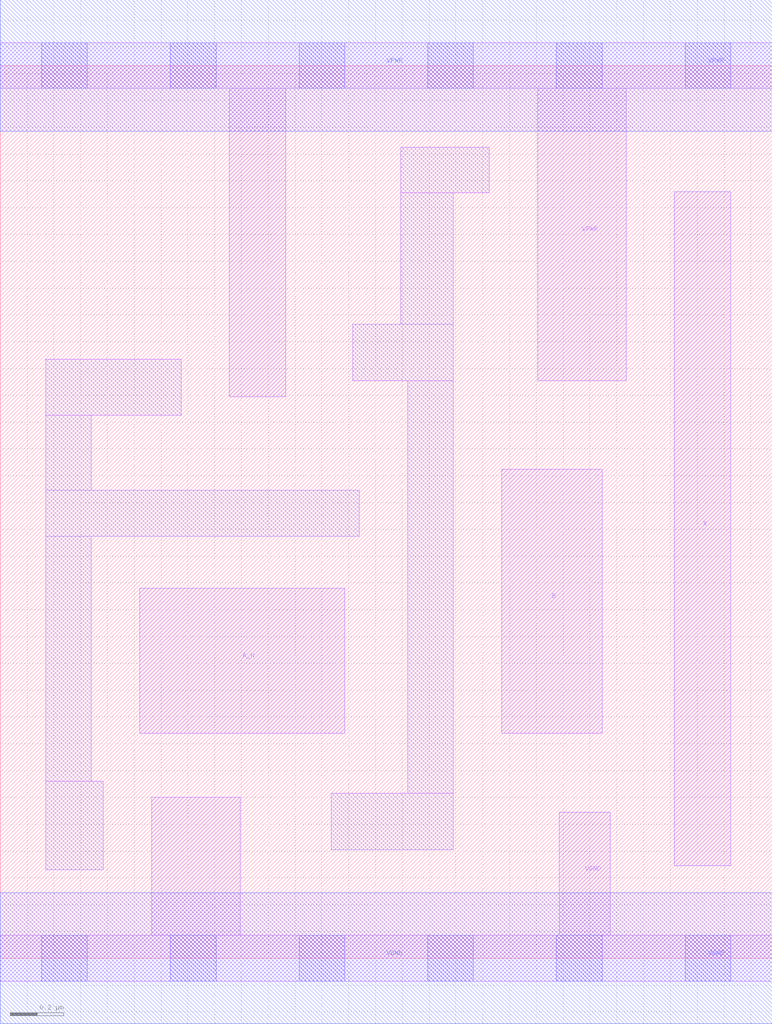
<source format=lef>
# Copyright 2020 The SkyWater PDK Authors
#
# Licensed under the Apache License, Version 2.0 (the "License");
# you may not use this file except in compliance with the License.
# You may obtain a copy of the License at
#
#     https://www.apache.org/licenses/LICENSE-2.0
#
# Unless required by applicable law or agreed to in writing, software
# distributed under the License is distributed on an "AS IS" BASIS,
# WITHOUT WARRANTIES OR CONDITIONS OF ANY KIND, either express or implied.
# See the License for the specific language governing permissions and
# limitations under the License.
#
# SPDX-License-Identifier: Apache-2.0

VERSION 5.7 ;
  NAMESCASESENSITIVE ON ;
  NOWIREEXTENSIONATPIN ON ;
  DIVIDERCHAR "/" ;
  BUSBITCHARS "[]" ;
UNITS
  DATABASE MICRONS 200 ;
END UNITS
MACRO sky130_fd_sc_lp__and2b_m
  CLASS CORE ;
  SOURCE USER ;
  FOREIGN sky130_fd_sc_lp__and2b_m ;
  ORIGIN  0.000000  0.000000 ;
  SIZE  2.880000 BY  3.330000 ;
  SYMMETRY X Y R90 ;
  SITE unit ;
  PIN A_N
    ANTENNAGATEAREA  0.126000 ;
    DIRECTION INPUT ;
    USE SIGNAL ;
    PORT
      LAYER li1 ;
        RECT 0.520000 0.840000 1.285000 1.380000 ;
    END
  END A_N
  PIN B
    ANTENNAGATEAREA  0.126000 ;
    DIRECTION INPUT ;
    USE SIGNAL ;
    PORT
      LAYER li1 ;
        RECT 1.870000 0.840000 2.245000 1.825000 ;
    END
  END B
  PIN X
    ANTENNADIFFAREA  0.222600 ;
    DIRECTION OUTPUT ;
    USE SIGNAL ;
    PORT
      LAYER li1 ;
        RECT 2.515000 0.345000 2.725000 2.860000 ;
    END
  END X
  PIN VGND
    DIRECTION INOUT ;
    USE GROUND ;
    PORT
      LAYER li1 ;
        RECT 0.000000 -0.085000 2.880000 0.085000 ;
        RECT 0.565000  0.085000 0.895000 0.600000 ;
        RECT 2.085000  0.085000 2.275000 0.545000 ;
      LAYER mcon ;
        RECT 0.155000 -0.085000 0.325000 0.085000 ;
        RECT 0.635000 -0.085000 0.805000 0.085000 ;
        RECT 1.115000 -0.085000 1.285000 0.085000 ;
        RECT 1.595000 -0.085000 1.765000 0.085000 ;
        RECT 2.075000 -0.085000 2.245000 0.085000 ;
        RECT 2.555000 -0.085000 2.725000 0.085000 ;
      LAYER met1 ;
        RECT 0.000000 -0.245000 2.880000 0.245000 ;
    END
  END VGND
  PIN VPWR
    DIRECTION INOUT ;
    USE POWER ;
    PORT
      LAYER li1 ;
        RECT 0.000000 3.245000 2.880000 3.415000 ;
        RECT 0.855000 2.095000 1.065000 3.245000 ;
        RECT 2.005000 2.155000 2.335000 3.245000 ;
      LAYER mcon ;
        RECT 0.155000 3.245000 0.325000 3.415000 ;
        RECT 0.635000 3.245000 0.805000 3.415000 ;
        RECT 1.115000 3.245000 1.285000 3.415000 ;
        RECT 1.595000 3.245000 1.765000 3.415000 ;
        RECT 2.075000 3.245000 2.245000 3.415000 ;
        RECT 2.555000 3.245000 2.725000 3.415000 ;
      LAYER met1 ;
        RECT 0.000000 3.085000 2.880000 3.575000 ;
    END
  END VPWR
  OBS
    LAYER li1 ;
      RECT 0.170000 0.330000 0.385000 0.660000 ;
      RECT 0.170000 0.660000 0.340000 1.575000 ;
      RECT 0.170000 1.575000 1.340000 1.745000 ;
      RECT 0.170000 1.745000 0.340000 2.025000 ;
      RECT 0.170000 2.025000 0.675000 2.235000 ;
      RECT 1.235000 0.405000 1.690000 0.615000 ;
      RECT 1.315000 2.155000 1.690000 2.365000 ;
      RECT 1.495000 2.365000 1.690000 2.855000 ;
      RECT 1.495000 2.855000 1.825000 3.025000 ;
      RECT 1.520000 0.615000 1.690000 2.155000 ;
  END
END sky130_fd_sc_lp__and2b_m

</source>
